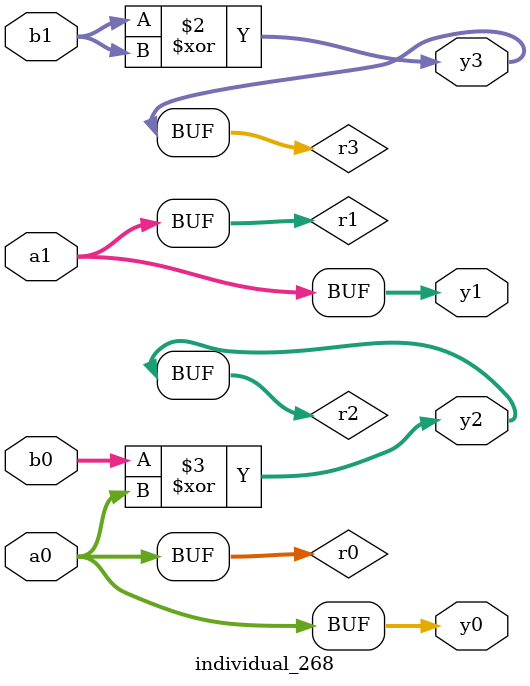
<source format=sv>
module individual_268(input logic [15:0] a1, input logic [15:0] a0, input logic [15:0] b1, input logic [15:0] b0, output logic [15:0] y3, output logic [15:0] y2, output logic [15:0] y1, output logic [15:0] y0);
logic [15:0] r0, r1, r2, r3; 
 always@(*) begin 
	 r0 = a0; r1 = a1; r2 = b0; r3 = b1; 
 	 r3  ^=  r3 ;
 	 r2  ^=  a0 ;
 	 y3 = r3; y2 = r2; y1 = r1; y0 = r0; 
end
endmodule
</source>
